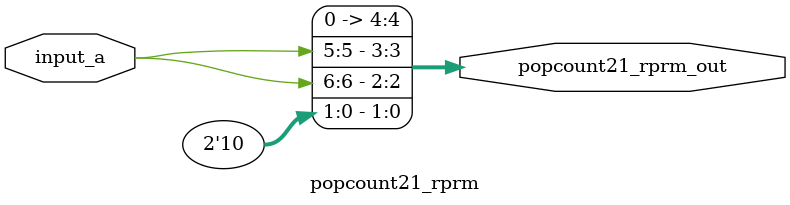
<source format=v>

module popcount21_rprm(input [20:0] input_a, output [4:0] popcount21_rprm_out);
  wire popcount21_rprm_core_023;
  wire popcount21_rprm_core_025;
  wire popcount21_rprm_core_026;
  wire popcount21_rprm_core_027_not;
  wire popcount21_rprm_core_029;
  wire popcount21_rprm_core_030;
  wire popcount21_rprm_core_031;
  wire popcount21_rprm_core_032;
  wire popcount21_rprm_core_034;
  wire popcount21_rprm_core_035;
  wire popcount21_rprm_core_036;
  wire popcount21_rprm_core_037;
  wire popcount21_rprm_core_038;
  wire popcount21_rprm_core_039;
  wire popcount21_rprm_core_044;
  wire popcount21_rprm_core_045;
  wire popcount21_rprm_core_047;
  wire popcount21_rprm_core_048;
  wire popcount21_rprm_core_049;
  wire popcount21_rprm_core_051;
  wire popcount21_rprm_core_052;
  wire popcount21_rprm_core_057;
  wire popcount21_rprm_core_059;
  wire popcount21_rprm_core_061;
  wire popcount21_rprm_core_062;
  wire popcount21_rprm_core_065;
  wire popcount21_rprm_core_066;
  wire popcount21_rprm_core_067;
  wire popcount21_rprm_core_068;
  wire popcount21_rprm_core_069;
  wire popcount21_rprm_core_072;
  wire popcount21_rprm_core_073;
  wire popcount21_rprm_core_074;
  wire popcount21_rprm_core_076;
  wire popcount21_rprm_core_078;
  wire popcount21_rprm_core_080;
  wire popcount21_rprm_core_081;
  wire popcount21_rprm_core_082;
  wire popcount21_rprm_core_086;
  wire popcount21_rprm_core_089;
  wire popcount21_rprm_core_091;
  wire popcount21_rprm_core_093;
  wire popcount21_rprm_core_094;
  wire popcount21_rprm_core_095_not;
  wire popcount21_rprm_core_098;
  wire popcount21_rprm_core_099;
  wire popcount21_rprm_core_100;
  wire popcount21_rprm_core_102_not;
  wire popcount21_rprm_core_104;
  wire popcount21_rprm_core_105;
  wire popcount21_rprm_core_110;
  wire popcount21_rprm_core_111;
  wire popcount21_rprm_core_112;
  wire popcount21_rprm_core_113;
  wire popcount21_rprm_core_114;
  wire popcount21_rprm_core_115;
  wire popcount21_rprm_core_116;
  wire popcount21_rprm_core_117;
  wire popcount21_rprm_core_118;
  wire popcount21_rprm_core_119;
  wire popcount21_rprm_core_121;
  wire popcount21_rprm_core_122;
  wire popcount21_rprm_core_129;
  wire popcount21_rprm_core_130;
  wire popcount21_rprm_core_132;
  wire popcount21_rprm_core_133;
  wire popcount21_rprm_core_135;
  wire popcount21_rprm_core_136;
  wire popcount21_rprm_core_137;
  wire popcount21_rprm_core_138;
  wire popcount21_rprm_core_140;
  wire popcount21_rprm_core_142;
  wire popcount21_rprm_core_144;
  wire popcount21_rprm_core_145;
  wire popcount21_rprm_core_146;
  wire popcount21_rprm_core_147;
  wire popcount21_rprm_core_150;
  wire popcount21_rprm_core_151_not;
  wire popcount21_rprm_core_152;
  wire popcount21_rprm_core_153;

  assign popcount21_rprm_core_023 = ~(input_a[2] ^ input_a[7]);
  assign popcount21_rprm_core_025 = input_a[16] ^ input_a[4];
  assign popcount21_rprm_core_026 = input_a[19] & input_a[17];
  assign popcount21_rprm_core_027_not = ~input_a[6];
  assign popcount21_rprm_core_029 = ~(input_a[1] & input_a[16]);
  assign popcount21_rprm_core_030 = input_a[7] & input_a[9];
  assign popcount21_rprm_core_031 = ~input_a[20];
  assign popcount21_rprm_core_032 = input_a[6] & input_a[0];
  assign popcount21_rprm_core_034 = ~(input_a[13] | input_a[10]);
  assign popcount21_rprm_core_035 = ~(input_a[17] | input_a[7]);
  assign popcount21_rprm_core_036 = ~(input_a[16] ^ input_a[17]);
  assign popcount21_rprm_core_037 = input_a[17] | input_a[3];
  assign popcount21_rprm_core_038 = ~(input_a[9] | input_a[18]);
  assign popcount21_rprm_core_039 = input_a[11] ^ input_a[8];
  assign popcount21_rprm_core_044 = input_a[14] & input_a[10];
  assign popcount21_rprm_core_045 = ~(input_a[20] | input_a[0]);
  assign popcount21_rprm_core_047 = ~(input_a[18] | input_a[4]);
  assign popcount21_rprm_core_048 = input_a[2] ^ input_a[18];
  assign popcount21_rprm_core_049 = ~input_a[8];
  assign popcount21_rprm_core_051 = input_a[16] & input_a[15];
  assign popcount21_rprm_core_052 = ~(input_a[6] & input_a[15]);
  assign popcount21_rprm_core_057 = ~(input_a[16] ^ input_a[8]);
  assign popcount21_rprm_core_059 = input_a[12] | input_a[14];
  assign popcount21_rprm_core_061 = input_a[16] & input_a[5];
  assign popcount21_rprm_core_062 = ~(input_a[11] & input_a[16]);
  assign popcount21_rprm_core_065 = ~input_a[16];
  assign popcount21_rprm_core_066 = ~(input_a[12] | input_a[17]);
  assign popcount21_rprm_core_067 = ~input_a[16];
  assign popcount21_rprm_core_068 = ~input_a[12];
  assign popcount21_rprm_core_069 = ~(input_a[13] | input_a[2]);
  assign popcount21_rprm_core_072 = ~input_a[6];
  assign popcount21_rprm_core_073 = input_a[14] ^ input_a[8];
  assign popcount21_rprm_core_074 = ~input_a[3];
  assign popcount21_rprm_core_076 = input_a[18] & input_a[7];
  assign popcount21_rprm_core_078 = ~input_a[9];
  assign popcount21_rprm_core_080 = ~(input_a[12] & input_a[10]);
  assign popcount21_rprm_core_081 = input_a[9] & input_a[16];
  assign popcount21_rprm_core_082 = ~(input_a[4] | input_a[14]);
  assign popcount21_rprm_core_086 = input_a[15] & input_a[11];
  assign popcount21_rprm_core_089 = ~(input_a[6] & input_a[4]);
  assign popcount21_rprm_core_091 = input_a[13] ^ input_a[17];
  assign popcount21_rprm_core_093 = ~(input_a[18] & input_a[0]);
  assign popcount21_rprm_core_094 = ~(input_a[13] & input_a[12]);
  assign popcount21_rprm_core_095_not = ~input_a[7];
  assign popcount21_rprm_core_098 = ~(input_a[8] | input_a[19]);
  assign popcount21_rprm_core_099 = input_a[19] | input_a[8];
  assign popcount21_rprm_core_100 = ~input_a[10];
  assign popcount21_rprm_core_102_not = ~input_a[17];
  assign popcount21_rprm_core_104 = ~(input_a[7] & input_a[9]);
  assign popcount21_rprm_core_105 = input_a[12] | input_a[10];
  assign popcount21_rprm_core_110 = input_a[14] ^ input_a[3];
  assign popcount21_rprm_core_111 = ~input_a[14];
  assign popcount21_rprm_core_112 = input_a[15] & input_a[19];
  assign popcount21_rprm_core_113 = ~(input_a[6] & input_a[16]);
  assign popcount21_rprm_core_114 = ~input_a[7];
  assign popcount21_rprm_core_115 = input_a[16] & input_a[19];
  assign popcount21_rprm_core_116 = ~input_a[2];
  assign popcount21_rprm_core_117 = ~(input_a[17] | input_a[0]);
  assign popcount21_rprm_core_118 = ~(input_a[14] ^ input_a[19]);
  assign popcount21_rprm_core_119 = input_a[20] & input_a[9];
  assign popcount21_rprm_core_121 = ~(input_a[1] | input_a[18]);
  assign popcount21_rprm_core_122 = input_a[10] & input_a[3];
  assign popcount21_rprm_core_129 = input_a[7] | input_a[4];
  assign popcount21_rprm_core_130 = input_a[9] | input_a[17];
  assign popcount21_rprm_core_132 = ~(input_a[12] & input_a[14]);
  assign popcount21_rprm_core_133 = ~(input_a[2] ^ input_a[11]);
  assign popcount21_rprm_core_135 = ~(input_a[15] & input_a[17]);
  assign popcount21_rprm_core_136 = input_a[14] & input_a[12];
  assign popcount21_rprm_core_137 = ~(input_a[11] | input_a[20]);
  assign popcount21_rprm_core_138 = ~(input_a[3] & input_a[17]);
  assign popcount21_rprm_core_140 = ~(input_a[6] & input_a[4]);
  assign popcount21_rprm_core_142 = ~(input_a[3] | input_a[18]);
  assign popcount21_rprm_core_144 = input_a[12] & input_a[6];
  assign popcount21_rprm_core_145 = ~(input_a[16] | input_a[10]);
  assign popcount21_rprm_core_146 = ~(input_a[2] | input_a[14]);
  assign popcount21_rprm_core_147 = input_a[5] & input_a[0];
  assign popcount21_rprm_core_150 = input_a[18] ^ input_a[12];
  assign popcount21_rprm_core_151_not = ~input_a[19];
  assign popcount21_rprm_core_152 = ~(input_a[12] | input_a[6]);
  assign popcount21_rprm_core_153 = ~(input_a[1] ^ input_a[20]);

  assign popcount21_rprm_out[0] = 1'b0;
  assign popcount21_rprm_out[1] = 1'b1;
  assign popcount21_rprm_out[2] = input_a[6];
  assign popcount21_rprm_out[3] = input_a[5];
  assign popcount21_rprm_out[4] = 1'b0;
endmodule
</source>
